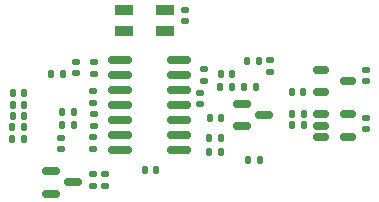
<source format=gbr>
%TF.GenerationSoftware,KiCad,Pcbnew,8.0.8+1*%
%TF.CreationDate,2025-01-23T15:05:36+01:00*%
%TF.ProjectId,IR-sensor,49522d73-656e-4736-9f72-2e6b69636164,rev?*%
%TF.SameCoordinates,Original*%
%TF.FileFunction,Paste,Top*%
%TF.FilePolarity,Positive*%
%FSLAX46Y46*%
G04 Gerber Fmt 4.6, Leading zero omitted, Abs format (unit mm)*
G04 Created by KiCad (PCBNEW 8.0.8+1) date 2025-01-23 15:05:36*
%MOMM*%
%LPD*%
G01*
G04 APERTURE LIST*
G04 Aperture macros list*
%AMRoundRect*
0 Rectangle with rounded corners*
0 $1 Rounding radius*
0 $2 $3 $4 $5 $6 $7 $8 $9 X,Y pos of 4 corners*
0 Add a 4 corners polygon primitive as box body*
4,1,4,$2,$3,$4,$5,$6,$7,$8,$9,$2,$3,0*
0 Add four circle primitives for the rounded corners*
1,1,$1+$1,$2,$3*
1,1,$1+$1,$4,$5*
1,1,$1+$1,$6,$7*
1,1,$1+$1,$8,$9*
0 Add four rect primitives between the rounded corners*
20,1,$1+$1,$2,$3,$4,$5,0*
20,1,$1+$1,$4,$5,$6,$7,0*
20,1,$1+$1,$6,$7,$8,$9,0*
20,1,$1+$1,$8,$9,$2,$3,0*%
G04 Aperture macros list end*
%ADD10R,1.600000X0.850000*%
%ADD11RoundRect,0.135000X-0.185000X0.135000X-0.185000X-0.135000X0.185000X-0.135000X0.185000X0.135000X0*%
%ADD12RoundRect,0.140000X0.140000X0.170000X-0.140000X0.170000X-0.140000X-0.170000X0.140000X-0.170000X0*%
%ADD13RoundRect,0.140000X-0.170000X0.140000X-0.170000X-0.140000X0.170000X-0.140000X0.170000X0.140000X0*%
%ADD14RoundRect,0.135000X0.185000X-0.135000X0.185000X0.135000X-0.185000X0.135000X-0.185000X-0.135000X0*%
%ADD15RoundRect,0.135000X-0.135000X-0.185000X0.135000X-0.185000X0.135000X0.185000X-0.135000X0.185000X0*%
%ADD16RoundRect,0.150000X-0.825000X-0.150000X0.825000X-0.150000X0.825000X0.150000X-0.825000X0.150000X0*%
%ADD17RoundRect,0.150000X-0.512500X-0.150000X0.512500X-0.150000X0.512500X0.150000X-0.512500X0.150000X0*%
%ADD18RoundRect,0.150000X-0.587500X-0.150000X0.587500X-0.150000X0.587500X0.150000X-0.587500X0.150000X0*%
%ADD19RoundRect,0.135000X0.135000X0.185000X-0.135000X0.185000X-0.135000X-0.185000X0.135000X-0.185000X0*%
%ADD20RoundRect,0.140000X-0.140000X-0.170000X0.140000X-0.170000X0.140000X0.170000X-0.140000X0.170000X0*%
%ADD21RoundRect,0.140000X0.170000X-0.140000X0.170000X0.140000X-0.170000X0.140000X-0.170000X-0.140000X0*%
G04 APERTURE END LIST*
D10*
%TO.C,D4*%
X79430000Y-51960000D03*
X79430000Y-53710000D03*
X82930000Y-53710000D03*
X82930000Y-51960000D03*
%TD*%
D11*
%TO.C,R3*%
X76875000Y-60815000D03*
X76875000Y-61835000D03*
%TD*%
D12*
%TO.C,C7*%
X71000000Y-60000000D03*
X70040000Y-60000000D03*
%TD*%
D13*
%TO.C,C5*%
X99925000Y-57045000D03*
X99925000Y-58005000D03*
%TD*%
D14*
%TO.C,R12*%
X77835000Y-66905000D03*
X77835000Y-65885000D03*
%TD*%
D15*
%TO.C,R9*%
X69990000Y-62900000D03*
X71010000Y-62900000D03*
%TD*%
D16*
%TO.C,U1*%
X79150000Y-56190000D03*
X79150000Y-57460000D03*
X79150000Y-58730000D03*
X79150000Y-60000000D03*
X79150000Y-61270000D03*
X79150000Y-62540000D03*
X79150000Y-63810000D03*
X84100000Y-63810000D03*
X84100000Y-62540000D03*
X84100000Y-61270000D03*
X84100000Y-60000000D03*
X84100000Y-58730000D03*
X84100000Y-57460000D03*
X84100000Y-56190000D03*
%TD*%
D17*
%TO.C,U2*%
X96127500Y-57045000D03*
X96127500Y-58945000D03*
X98402500Y-57995000D03*
%TD*%
D18*
%TO.C,Q1*%
X73252500Y-65620000D03*
X73252500Y-67520000D03*
X75127500Y-66570000D03*
%TD*%
D14*
%TO.C,R1*%
X76945000Y-57385000D03*
X76945000Y-56365000D03*
%TD*%
D19*
%TO.C,R18*%
X90880000Y-56295000D03*
X89860000Y-56295000D03*
%TD*%
D20*
%TO.C,C18*%
X93705000Y-60785000D03*
X94665000Y-60785000D03*
%TD*%
D19*
%TO.C,R7*%
X90650000Y-58460000D03*
X89630000Y-58460000D03*
%TD*%
D15*
%TO.C,R11*%
X69990000Y-61900000D03*
X71010000Y-61900000D03*
%TD*%
D18*
%TO.C,Q2*%
X89457500Y-59925000D03*
X89457500Y-61825000D03*
X91332500Y-60875000D03*
%TD*%
D12*
%TO.C,C13*%
X88585000Y-57385000D03*
X87625000Y-57385000D03*
%TD*%
D14*
%TO.C,R8*%
X76825000Y-66915000D03*
X76825000Y-65895000D03*
%TD*%
%TO.C,R16*%
X86225000Y-57955000D03*
X86225000Y-56935000D03*
%TD*%
D15*
%TO.C,R14*%
X74221000Y-60627000D03*
X75241000Y-60627000D03*
%TD*%
D19*
%TO.C,R6*%
X90970000Y-64635000D03*
X89950000Y-64635000D03*
%TD*%
D20*
%TO.C,C9*%
X86715000Y-61105000D03*
X87675000Y-61105000D03*
%TD*%
D15*
%TO.C,R4*%
X86615000Y-63965000D03*
X87635000Y-63965000D03*
%TD*%
D20*
%TO.C,C8*%
X81235000Y-65515000D03*
X82195000Y-65515000D03*
%TD*%
D13*
%TO.C,C3*%
X84585000Y-51975000D03*
X84585000Y-52935000D03*
%TD*%
D19*
%TO.C,R17*%
X88605000Y-58485000D03*
X87585000Y-58485000D03*
%TD*%
D20*
%TO.C,C16*%
X93705000Y-61725000D03*
X94665000Y-61725000D03*
%TD*%
D12*
%TO.C,C15*%
X74250000Y-57400000D03*
X73290000Y-57400000D03*
%TD*%
D21*
%TO.C,C1*%
X75385000Y-57345000D03*
X75385000Y-56385000D03*
%TD*%
D13*
%TO.C,C2*%
X76865000Y-58865000D03*
X76865000Y-59825000D03*
%TD*%
D15*
%TO.C,R15*%
X74165000Y-61675000D03*
X75185000Y-61675000D03*
%TD*%
D11*
%TO.C,R2*%
X76865000Y-62715000D03*
X76865000Y-63735000D03*
%TD*%
D20*
%TO.C,C12*%
X93685000Y-58955000D03*
X94645000Y-58955000D03*
%TD*%
D13*
%TO.C,C11*%
X91855000Y-56240000D03*
X91855000Y-57200000D03*
%TD*%
D12*
%TO.C,C4*%
X71000000Y-60950000D03*
X70040000Y-60950000D03*
%TD*%
D13*
%TO.C,C6*%
X74140000Y-62780000D03*
X74140000Y-63740000D03*
%TD*%
D15*
%TO.C,R5*%
X86675000Y-62795000D03*
X87695000Y-62795000D03*
%TD*%
D12*
%TO.C,C14*%
X70990000Y-59040000D03*
X70030000Y-59040000D03*
%TD*%
D13*
%TO.C,C10*%
X85925000Y-58965000D03*
X85925000Y-59925000D03*
%TD*%
D17*
%TO.C,U4*%
X96147500Y-60815000D03*
X96147500Y-61765000D03*
X96147500Y-62715000D03*
X98422500Y-62715000D03*
X98422500Y-60815000D03*
%TD*%
D21*
%TO.C,C17*%
X99955000Y-62085000D03*
X99955000Y-61125000D03*
%TD*%
M02*

</source>
